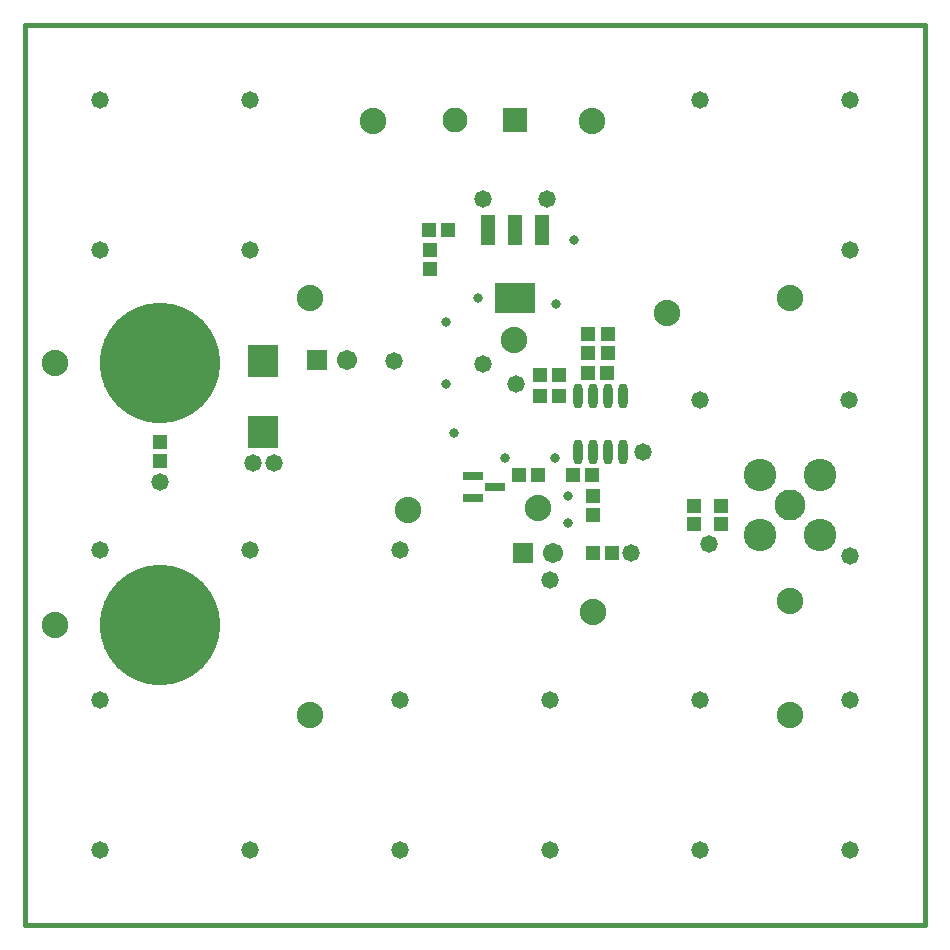
<source format=gts>
%FSLAX24Y24*%
%MOIN*%
G70*
G01*
G75*
G04 Layer_Color=8388736*
%ADD10R,0.0394X0.0374*%
%ADD11R,0.0374X0.0394*%
%ADD12R,0.1299X0.0945*%
%ADD13R,0.0394X0.0945*%
%ADD14R,0.0965X0.1004*%
%ADD15O,0.0236X0.0748*%
%ADD16R,0.0591X0.0236*%
%ADD17C,0.0450*%
%ADD18C,0.0250*%
%ADD19C,0.0500*%
%ADD20C,0.1000*%
%ADD21C,0.0200*%
%ADD22C,0.0800*%
%ADD23C,0.3937*%
%ADD24R,0.0750X0.0750*%
%ADD25C,0.0748*%
%ADD26C,0.0591*%
%ADD27R,0.0591X0.0591*%
%ADD28C,0.0950*%
%ADD29C,0.1000*%
%ADD30C,0.0500*%
%ADD31C,0.0250*%
%ADD32C,0.0070*%
%ADD33C,0.0098*%
%ADD34C,0.0098*%
%ADD35C,0.0079*%
%ADD36C,0.0150*%
%ADD37C,0.0100*%
%ADD38R,0.0474X0.0454*%
%ADD39R,0.0454X0.0474*%
%ADD40R,0.1379X0.1025*%
%ADD41R,0.0474X0.1025*%
%ADD42R,0.1045X0.1084*%
%ADD43O,0.0316X0.0828*%
%ADD44R,0.0671X0.0316*%
%ADD45C,0.0880*%
%ADD46C,0.4017*%
%ADD47R,0.0830X0.0830*%
%ADD48C,0.0828*%
%ADD49C,0.0671*%
%ADD50R,0.0671X0.0671*%
%ADD51C,0.1030*%
%ADD52C,0.1080*%
%ADD53C,0.0580*%
%ADD54C,0.0330*%
D36*
X0Y30000D02*
X30000D01*
Y0D02*
Y30000D01*
X0Y0D02*
X30000D01*
X0D02*
Y30000D01*
D38*
X14109Y23183D02*
D03*
X13479D02*
D03*
X18785Y18400D02*
D03*
X19415D02*
D03*
X18935Y12400D02*
D03*
X19565D02*
D03*
X17185Y18325D02*
D03*
X17815D02*
D03*
X17185Y17625D02*
D03*
X17815D02*
D03*
X16485Y15000D02*
D03*
X17115D02*
D03*
X18915D02*
D03*
X18285D02*
D03*
D39*
X13500Y22515D02*
D03*
Y21885D02*
D03*
X22300Y13985D02*
D03*
Y13355D02*
D03*
X18950Y13685D02*
D03*
Y14315D02*
D03*
X19450Y19715D02*
D03*
Y19085D02*
D03*
X18785Y19715D02*
D03*
Y19085D02*
D03*
X4500Y15469D02*
D03*
Y16099D02*
D03*
X23200Y13355D02*
D03*
Y13985D02*
D03*
D40*
X16330Y20899D02*
D03*
D41*
X15424Y23183D02*
D03*
X16330D02*
D03*
X17236D02*
D03*
D42*
X7950Y18816D02*
D03*
Y16434D02*
D03*
D43*
X18450Y15775D02*
D03*
X18950D02*
D03*
X19450D02*
D03*
X19950D02*
D03*
X18450Y17625D02*
D03*
X18950D02*
D03*
X19450D02*
D03*
X19950D02*
D03*
D44*
X15674Y14600D02*
D03*
X14926Y14226D02*
D03*
Y14974D02*
D03*
D45*
X12770Y13840D02*
D03*
X17100Y13900D02*
D03*
X25500Y10800D02*
D03*
X21400Y20400D02*
D03*
X1000Y10000D02*
D03*
Y18750D02*
D03*
X18935Y10440D02*
D03*
X16300Y19500D02*
D03*
X18915Y26800D02*
D03*
X25500Y7000D02*
D03*
X9500Y7001D02*
D03*
Y20899D02*
D03*
X25500D02*
D03*
X11600Y26800D02*
D03*
D46*
X4500Y10000D02*
D03*
Y18750D02*
D03*
D47*
X16330Y26821D02*
D03*
D48*
X14330D02*
D03*
D49*
X10750Y18837D02*
D03*
X17600Y12400D02*
D03*
D50*
X9750Y18837D02*
D03*
X16600Y12400D02*
D03*
D51*
X25500Y14000D02*
D03*
D52*
X24500Y15000D02*
D03*
X26500D02*
D03*
Y13000D02*
D03*
X24500D02*
D03*
D53*
X16380Y18030D02*
D03*
X12300Y18800D02*
D03*
X15270Y18700D02*
D03*
X17400Y24200D02*
D03*
X27480Y17500D02*
D03*
X12510Y12500D02*
D03*
X15270Y24200D02*
D03*
X2500Y27500D02*
D03*
X7500D02*
D03*
X22490D02*
D03*
X27500D02*
D03*
X2500Y22500D02*
D03*
X7500D02*
D03*
X27500D02*
D03*
X22490Y17500D02*
D03*
X2500Y12500D02*
D03*
X7500D02*
D03*
X17515Y11500D02*
D03*
X22800Y12700D02*
D03*
X2500Y7500D02*
D03*
X12500D02*
D03*
X17500D02*
D03*
X22490D02*
D03*
X27500D02*
D03*
Y2500D02*
D03*
X22490D02*
D03*
X17500D02*
D03*
X12500D02*
D03*
X7500D02*
D03*
X2500D02*
D03*
X4500Y14784D02*
D03*
X7600Y15400D02*
D03*
X8300D02*
D03*
X20600Y15775D02*
D03*
X27500Y12300D02*
D03*
X20200Y12400D02*
D03*
D54*
X14300Y16400D02*
D03*
X14050Y18050D02*
D03*
Y20100D02*
D03*
X17700Y20700D02*
D03*
X15101Y20899D02*
D03*
X18100Y14315D02*
D03*
X18293Y22847D02*
D03*
X18100Y13400D02*
D03*
X17677Y15570D02*
D03*
X16010Y15580D02*
D03*
M02*

</source>
